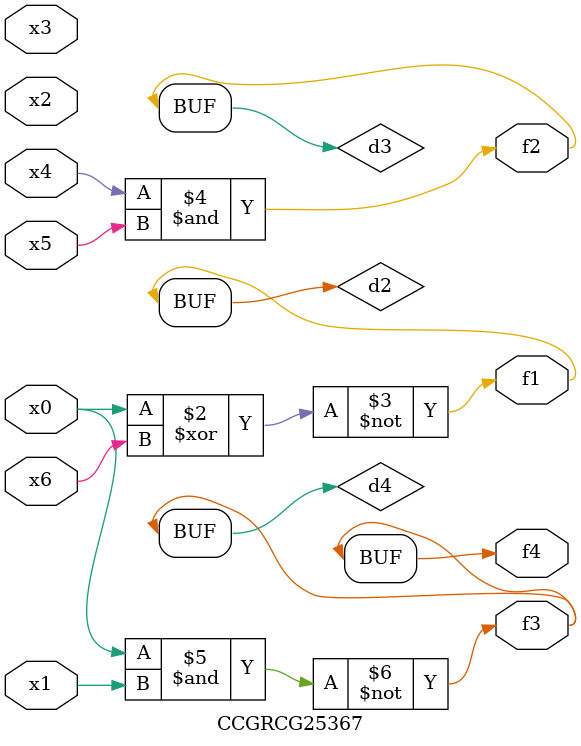
<source format=v>
module CCGRCG25367(
	input x0, x1, x2, x3, x4, x5, x6,
	output f1, f2, f3, f4
);

	wire d1, d2, d3, d4;

	nor (d1, x0);
	xnor (d2, x0, x6);
	and (d3, x4, x5);
	nand (d4, x0, x1);
	assign f1 = d2;
	assign f2 = d3;
	assign f3 = d4;
	assign f4 = d4;
endmodule

</source>
